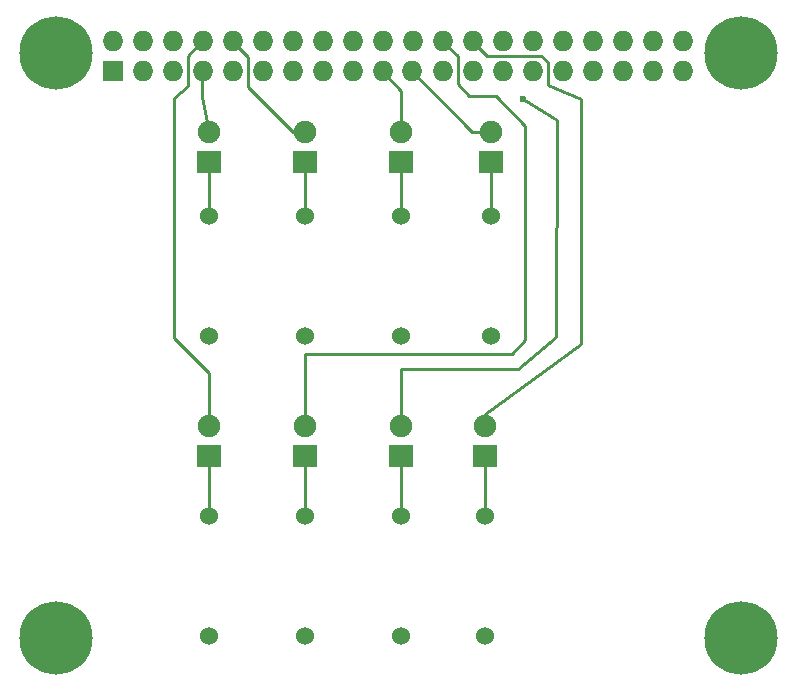
<source format=gtl>
G04 #@! TF.FileFunction,Copper,L1,Top,Signal*
%FSLAX46Y46*%
G04 Gerber Fmt 4.6, Leading zero omitted, Abs format (unit mm)*
G04 Created by KiCad (PCBNEW 4.0.2-stable) date 4/7/2016 22:45:13*
%MOMM*%
G01*
G04 APERTURE LIST*
%ADD10C,0.100000*%
%ADD11R,1.727200X1.727200*%
%ADD12O,1.727200X1.727200*%
%ADD13R,2.000000X1.900000*%
%ADD14C,1.900000*%
%ADD15C,1.524000*%
%ADD16C,6.200000*%
%ADD17C,0.600000*%
%ADD18C,0.250000*%
G04 APERTURE END LIST*
D10*
D11*
X93002800Y-67744900D03*
D12*
X93002800Y-65204900D03*
X95542800Y-67744900D03*
X95542800Y-65204900D03*
X98082800Y-67744900D03*
X98082800Y-65204900D03*
X100622800Y-67744900D03*
X100622800Y-65204900D03*
X103162800Y-67744900D03*
X103162800Y-65204900D03*
X105702800Y-67744900D03*
X105702800Y-65204900D03*
X108242800Y-67744900D03*
X108242800Y-65204900D03*
X110782800Y-67744900D03*
X110782800Y-65204900D03*
X113322800Y-67744900D03*
X113322800Y-65204900D03*
X115862800Y-67744900D03*
X115862800Y-65204900D03*
X118302800Y-67744900D03*
X118402800Y-65204900D03*
X120942800Y-67744900D03*
X120942800Y-65204900D03*
X123482800Y-67744900D03*
X123482800Y-65204900D03*
X126022800Y-67744900D03*
X126022800Y-65204900D03*
X128562800Y-67744900D03*
X128562800Y-65204900D03*
X131102800Y-67744900D03*
X131102800Y-65204900D03*
X133642800Y-67744900D03*
X133642800Y-65204900D03*
X136182800Y-67744900D03*
X136182800Y-65204900D03*
X138722800Y-67744900D03*
X138722800Y-65204900D03*
X141262800Y-67744900D03*
X141262800Y-65204900D03*
D13*
X117398800Y-100355400D03*
D14*
X117398800Y-97815400D03*
D13*
X109270800Y-100355400D03*
D14*
X109270800Y-97815400D03*
D13*
X124510800Y-100355400D03*
D14*
X124510800Y-97815400D03*
D13*
X101142800Y-75463400D03*
D14*
X101142800Y-72923400D03*
D13*
X101142800Y-100355400D03*
D14*
X101142800Y-97815400D03*
D13*
X109270800Y-75463400D03*
D14*
X109270800Y-72923400D03*
D13*
X117398800Y-75463400D03*
D14*
X117398800Y-72923400D03*
D13*
X125018800Y-75463400D03*
D14*
X125018800Y-72923400D03*
D15*
X117398800Y-115595400D03*
X117398800Y-105435400D03*
X109270800Y-115595400D03*
X109270800Y-105435400D03*
X124510800Y-115595400D03*
X124510800Y-105435400D03*
X101142800Y-90195400D03*
X101142800Y-80035400D03*
X101142800Y-115595400D03*
X101142800Y-105435400D03*
X109270800Y-90195400D03*
X109270800Y-80035400D03*
X117398800Y-90195400D03*
X117398800Y-80035400D03*
X125018800Y-90195400D03*
X125018800Y-80035400D03*
D16*
X146132800Y-66263400D03*
X146132800Y-115763400D03*
X88132800Y-115763400D03*
X88132800Y-66263400D03*
D17*
X127695960Y-70106540D03*
D18*
X117398800Y-100355400D02*
X117398800Y-105435400D01*
X117398800Y-97815400D02*
X117398800Y-93027500D01*
X117398800Y-93027500D02*
X118262400Y-93027500D01*
X118262400Y-93027500D02*
X127259080Y-93027500D01*
X127259080Y-93027500D02*
X130507740Y-90274140D01*
X130507740Y-90274140D02*
X130545840Y-71915020D01*
X130545840Y-71915020D02*
X127695960Y-70106540D01*
X109270800Y-100355400D02*
X109270800Y-105435400D01*
X109270800Y-97815400D02*
X109270800Y-91739720D01*
X122226700Y-66496880D02*
X120812560Y-65242440D01*
X122226700Y-68841300D02*
X122226700Y-66496880D01*
X123101100Y-69875400D02*
X122226700Y-68841300D01*
X125387100Y-69875400D02*
X123101100Y-69875400D01*
X127901700Y-72390000D02*
X125387100Y-69875400D01*
X127901700Y-90563700D02*
X127901700Y-72390000D01*
X126758700Y-91706700D02*
X127901700Y-90563700D01*
X109303820Y-91706700D02*
X126758700Y-91706700D01*
X109270800Y-91739720D02*
X109303820Y-91706700D01*
X124510800Y-105435400D02*
X124510800Y-100355400D01*
X124510800Y-97815400D02*
X124510800Y-96812100D01*
X124510800Y-96812100D02*
X132633000Y-90914900D01*
X132633000Y-90914900D02*
X132633000Y-70150400D01*
X132633000Y-70150400D02*
X129844800Y-68910200D01*
X129844800Y-68910200D02*
X129844800Y-67043300D01*
X129844800Y-67043300D02*
X129245200Y-66459900D01*
X129245200Y-66459900D02*
X124680820Y-66459900D01*
X124680820Y-66459900D02*
X123352560Y-65242440D01*
X101142800Y-75463400D02*
X101142800Y-80035400D01*
X101142800Y-72923400D02*
X100507800Y-69951600D01*
X100507800Y-69951600D02*
X100492560Y-67782440D01*
X101142800Y-100355400D02*
X101142800Y-105435400D01*
X101142800Y-97815400D02*
X101142800Y-93332300D01*
X99332980Y-66529020D02*
X100492560Y-65242440D01*
X99332980Y-69048700D02*
X99332980Y-66529020D01*
X98171000Y-70083680D02*
X99332980Y-69048700D01*
X98171000Y-90360500D02*
X98171000Y-70083680D01*
X101142800Y-93332300D02*
X98171000Y-90360500D01*
X101142800Y-97815400D02*
X101142800Y-97307400D01*
X109270800Y-75463400D02*
X109270800Y-80035400D01*
X109270800Y-72923400D02*
X108214160Y-72923400D01*
X104430360Y-66588640D02*
X103032560Y-65242440D01*
X104430360Y-69088000D02*
X104430360Y-66588640D01*
X108214160Y-72923400D02*
X104430360Y-69088000D01*
X117398800Y-75463400D02*
X117398800Y-80035400D01*
X117398800Y-72923400D02*
X117398800Y-69448680D01*
X117398800Y-69448680D02*
X115732560Y-67782440D01*
X125018800Y-75463400D02*
X125018800Y-80035400D01*
X125018800Y-72923400D02*
X123413520Y-72923400D01*
X123413520Y-72923400D02*
X118272560Y-67782440D01*
X123621800Y-67716400D02*
X123621800Y-68021200D01*
M02*

</source>
